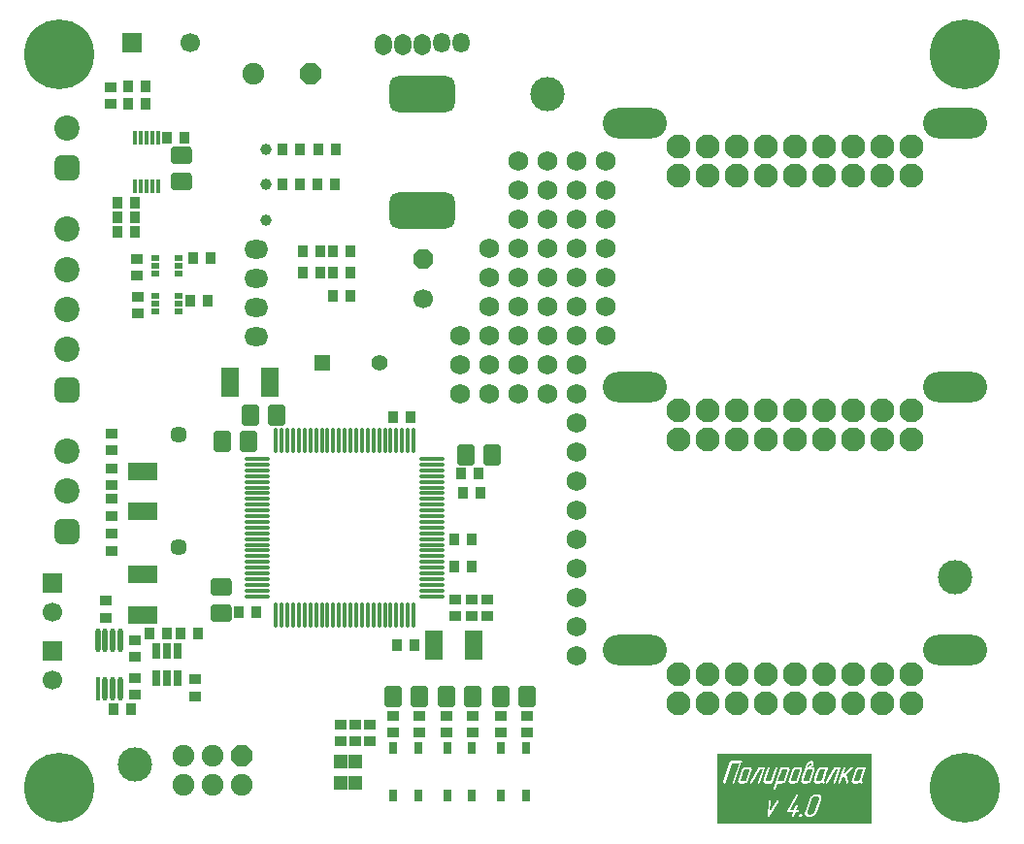
<source format=gts>
G04*
G04 #@! TF.GenerationSoftware,Altium Limited,Altium Designer,19.1.6 (110)*
G04*
G04 Layer_Color=8388736*
%FSLAX44Y44*%
%MOMM*%
G71*
G01*
G75*
%ADD17C,1.0000*%
%ADD24R,0.4318X2.0541*%
G04:AMPARAMS|DCode=25|XSize=2.0541mm|YSize=0.4318mm|CornerRadius=0.2159mm|HoleSize=0mm|Usage=FLASHONLY|Rotation=90.000|XOffset=0mm|YOffset=0mm|HoleType=Round|Shape=RoundedRectangle|*
%AMROUNDEDRECTD25*
21,1,2.0541,0.0000,0,0,90.0*
21,1,1.6223,0.4318,0,0,90.0*
1,1,0.4318,0.0000,0.8112*
1,1,0.4318,0.0000,-0.8112*
1,1,0.4318,0.0000,-0.8112*
1,1,0.4318,0.0000,0.8112*
%
%ADD25ROUNDEDRECTD25*%
%ADD30R,0.6500X1.0500*%
%ADD34C,3.0000*%
G04:AMPARAMS|DCode=35|XSize=0.9mm|YSize=1.1mm|CornerRadius=0.15mm|HoleSize=0mm|Usage=FLASHONLY|Rotation=270.000|XOffset=0mm|YOffset=0mm|HoleType=Round|Shape=RoundedRectangle|*
%AMROUNDEDRECTD35*
21,1,0.9000,0.8000,0,0,270.0*
21,1,0.6000,1.1000,0,0,270.0*
1,1,0.3000,-0.4000,-0.3000*
1,1,0.3000,-0.4000,0.3000*
1,1,0.3000,0.4000,0.3000*
1,1,0.3000,0.4000,-0.3000*
%
%ADD35ROUNDEDRECTD35*%
G04:AMPARAMS|DCode=36|XSize=0.5mm|YSize=0.75mm|CornerRadius=0.1mm|HoleSize=0mm|Usage=FLASHONLY|Rotation=90.000|XOffset=0mm|YOffset=0mm|HoleType=Round|Shape=RoundedRectangle|*
%AMROUNDEDRECTD36*
21,1,0.5000,0.5500,0,0,90.0*
21,1,0.3000,0.7500,0,0,90.0*
1,1,0.2000,0.2750,0.1500*
1,1,0.2000,0.2750,-0.1500*
1,1,0.2000,-0.2750,-0.1500*
1,1,0.2000,-0.2750,0.1500*
%
%ADD36ROUNDEDRECTD36*%
G04:AMPARAMS|DCode=37|XSize=0.9mm|YSize=1.1mm|CornerRadius=0.15mm|HoleSize=0mm|Usage=FLASHONLY|Rotation=0.000|XOffset=0mm|YOffset=0mm|HoleType=Round|Shape=RoundedRectangle|*
%AMROUNDEDRECTD37*
21,1,0.9000,0.8000,0,0,0.0*
21,1,0.6000,1.1000,0,0,0.0*
1,1,0.3000,0.3000,-0.4000*
1,1,0.3000,-0.3000,-0.4000*
1,1,0.3000,-0.3000,0.4000*
1,1,0.3000,0.3000,0.4000*
%
%ADD37ROUNDEDRECTD37*%
%ADD38O,0.4000X2.2000*%
%ADD39R,0.8000X1.4000*%
G04:AMPARAMS|DCode=40|XSize=1.5mm|YSize=1.8mm|CornerRadius=0.225mm|HoleSize=0mm|Usage=FLASHONLY|Rotation=0.000|XOffset=0mm|YOffset=0mm|HoleType=Round|Shape=RoundedRectangle|*
%AMROUNDEDRECTD40*
21,1,1.5000,1.3500,0,0,0.0*
21,1,1.0500,1.8000,0,0,0.0*
1,1,0.4500,0.5250,-0.6750*
1,1,0.4500,-0.5250,-0.6750*
1,1,0.4500,-0.5250,0.6750*
1,1,0.4500,0.5250,0.6750*
%
%ADD40ROUNDEDRECTD40*%
%ADD41R,2.5000X1.5000*%
G04:AMPARAMS|DCode=42|XSize=1.5mm|YSize=1.8mm|CornerRadius=0.225mm|HoleSize=0mm|Usage=FLASHONLY|Rotation=90.000|XOffset=0mm|YOffset=0mm|HoleType=Round|Shape=RoundedRectangle|*
%AMROUNDEDRECTD42*
21,1,1.5000,1.3500,0,0,90.0*
21,1,1.0500,1.8000,0,0,90.0*
1,1,0.4500,0.6750,0.5250*
1,1,0.4500,0.6750,-0.5250*
1,1,0.4500,-0.6750,-0.5250*
1,1,0.4500,-0.6750,0.5250*
%
%ADD42ROUNDEDRECTD42*%
G04:AMPARAMS|DCode=43|XSize=0.35mm|YSize=1.25mm|CornerRadius=0.1mm|HoleSize=0mm|Usage=FLASHONLY|Rotation=180.000|XOffset=0mm|YOffset=0mm|HoleType=Round|Shape=RoundedRectangle|*
%AMROUNDEDRECTD43*
21,1,0.3500,1.0500,0,0,180.0*
21,1,0.1500,1.2500,0,0,180.0*
1,1,0.2000,-0.0750,0.5250*
1,1,0.2000,0.0750,0.5250*
1,1,0.2000,0.0750,-0.5250*
1,1,0.2000,-0.0750,-0.5250*
%
%ADD43ROUNDEDRECTD43*%
G04:AMPARAMS|DCode=44|XSize=3.2mm|YSize=5.7mm|CornerRadius=0.825mm|HoleSize=0mm|Usage=FLASHONLY|Rotation=270.000|XOffset=0mm|YOffset=0mm|HoleType=Round|Shape=RoundedRectangle|*
%AMROUNDEDRECTD44*
21,1,3.2000,4.0500,0,0,270.0*
21,1,1.5500,5.7000,0,0,270.0*
1,1,1.6500,-2.0250,-0.7750*
1,1,1.6500,-2.0250,0.7750*
1,1,1.6500,2.0250,0.7750*
1,1,1.6500,2.0250,-0.7750*
%
%ADD44ROUNDEDRECTD44*%
%ADD45R,1.3000X1.3000*%
%ADD46O,2.2000X0.4000*%
%ADD47R,1.5000X2.5000*%
%ADD48C,2.1000*%
%ADD49O,5.6000X2.6400*%
%ADD50C,1.7510*%
%ADD51O,2.1000X1.6240*%
%ADD52C,1.9000*%
%ADD53P,2.0566X8X202.5*%
G04:AMPARAMS|DCode=54|XSize=2.2mm|YSize=2.2mm|CornerRadius=0.575mm|HoleSize=0mm|Usage=FLASHONLY|Rotation=90.000|XOffset=0mm|YOffset=0mm|HoleType=Round|Shape=RoundedRectangle|*
%AMROUNDEDRECTD54*
21,1,2.2000,1.0500,0,0,90.0*
21,1,1.0500,2.2000,0,0,90.0*
1,1,1.1500,0.5250,0.5250*
1,1,1.1500,0.5250,-0.5250*
1,1,1.1500,-0.5250,-0.5250*
1,1,1.1500,-0.5250,0.5250*
%
%ADD54ROUNDEDRECTD54*%
%ADD55C,2.2000*%
%ADD56C,1.7000*%
%ADD57R,1.7000X1.7000*%
%ADD58R,1.4000X1.4000*%
%ADD59C,1.4000*%
%ADD60C,1.4500*%
%ADD61O,1.4970X1.8780*%
%ADD62O,1.5000X1.7510*%
%ADD63P,1.8401X8X292.5*%
%ADD64C,0.8000*%
%ADD65C,6.1000*%
G36*
X968529Y568832D02*
Y538988D01*
X834671D01*
Y568832D01*
Y600202D01*
X968529D01*
Y568832D01*
D02*
G37*
%LPC*%
G36*
X895367Y588543D02*
X890370D01*
D01*
X886928D01*
X886493D01*
X890370D01*
X890037Y588515D01*
X889759Y588404D01*
X889537Y588237D01*
X889343Y588071D01*
X889232Y587876D01*
X889121Y587738D01*
X889093Y587627D01*
X889065Y587571D01*
X883041Y569776D01*
X882986Y569609D01*
Y569470D01*
X883013Y569276D01*
X883069Y569137D01*
X883096Y569081D01*
X883263Y568943D01*
X883457Y568859D01*
X883596Y568832D01*
X882986D01*
Y569470D01*
Y568832D01*
D01*
X897338D01*
D01*
X883652D01*
X883791Y568859D01*
X883929Y568887D01*
X884179Y568998D01*
X884290Y569054D01*
X884346Y569081D01*
X884401Y569137D01*
X884429D01*
X884568Y569248D01*
X884679Y569359D01*
X884846Y569581D01*
X884929Y569748D01*
X884957Y569776D01*
Y569803D01*
X886511Y574301D01*
X890315D01*
X890787Y574328D01*
X891259Y574440D01*
X891675Y574578D01*
X892036Y574745D01*
X892341Y574911D01*
X892591Y575050D01*
X892730Y575161D01*
X892785Y575189D01*
X893202Y575550D01*
X893535Y575911D01*
X893813Y576244D01*
X894035Y576605D01*
X894201Y576883D01*
X894312Y577132D01*
X894368Y577271D01*
X894396Y577327D01*
X897172Y585517D01*
X897283Y585989D01*
X897338Y586377D01*
X897311Y586766D01*
X897291Y586877D01*
X897255Y587071D01*
D01*
X897172Y587321D01*
D01*
Y587321D01*
D01*
X897158Y587349D01*
X897089Y587488D01*
X897033Y587627D01*
X897005Y587654D01*
X896756Y587960D01*
X896478Y588182D01*
X896395Y588220D01*
X896172Y588321D01*
X895867Y588432D01*
X895590Y588487D01*
X895367Y588543D01*
D02*
G37*
G36*
X886493D02*
X886067D01*
D01*
X885935D01*
X886067D01*
X885928Y588487D01*
X885678Y588376D01*
X885567Y588321D01*
X885484Y588265D01*
X885456Y588237D01*
X885428Y588210D01*
X885179Y587988D01*
X885040Y587765D01*
X884957Y587627D01*
X884929Y587599D01*
Y587571D01*
X884231Y585517D01*
X881070Y576216D01*
X877239D01*
X877072Y576244D01*
X876933Y576272D01*
X876739Y576383D01*
X876600Y576466D01*
X876572Y576522D01*
X876517Y576633D01*
X876489Y576772D01*
X876461Y577021D01*
X876489Y577132D01*
Y577216D01*
X876517Y577271D01*
Y577299D01*
X880015Y587571D01*
X880070Y587738D01*
Y587876D01*
X880043Y588098D01*
X879987Y588210D01*
X879959Y588265D01*
X879765Y588432D01*
X879598Y588515D01*
X879432Y588543D01*
X880769D01*
X879210D01*
X879071Y588487D01*
X878821Y588376D01*
X878710Y588321D01*
X878627Y588265D01*
X878599Y588237D01*
X878571Y588210D01*
X878321Y587988D01*
X878183Y587765D01*
X878099Y587627D01*
X878072Y587599D01*
Y587571D01*
X875934Y581294D01*
D01*
X874574Y577299D01*
D01*
X874463Y576855D01*
X874407Y576438D01*
X874435Y576050D01*
X874490Y575744D01*
X874546Y575494D01*
X874629Y575328D01*
X874685Y575189D01*
X874712Y575161D01*
X874962Y574884D01*
X875240Y574662D01*
X875545Y574523D01*
X875851Y574412D01*
X876128Y574356D01*
X876378Y574328D01*
X876517Y574301D01*
X875934D01*
D01*
X882986D01*
D01*
X881375D01*
X881708Y574328D01*
X882014Y574440D01*
X882236Y574606D01*
X882402Y574773D01*
X882541Y574939D01*
X882625Y575106D01*
X882652Y575217D01*
X882680Y575245D01*
X886872Y587571D01*
X886928Y587738D01*
Y587876D01*
X886900Y588098D01*
X886844Y588210D01*
X886817Y588265D01*
X886622Y588432D01*
X886456Y588515D01*
X886289Y588543D01*
X886493D01*
D02*
G37*
G36*
X855195Y594012D02*
X839482D01*
X846895D01*
X846562Y593984D01*
X846284Y593873D01*
X846062Y593707D01*
X845895Y593540D01*
X845756Y593346D01*
X845673Y593207D01*
X845645Y593096D01*
X845618Y593040D01*
X839538Y575245D01*
X839482Y575078D01*
Y574911D01*
X839510Y574662D01*
X839593Y574523D01*
X839621Y574467D01*
X839871Y574384D01*
X840037Y574328D01*
X840148Y574301D01*
X839482D01*
X848421D01*
X848727Y574328D01*
X848977Y574440D01*
X849088Y574467D01*
X849171Y574523D01*
X849199Y574551D01*
X849227D01*
X849449Y574773D01*
X849615Y574995D01*
X849699Y575161D01*
X849726Y575217D01*
Y575245D01*
X855806Y593040D01*
X855862Y593207D01*
Y588543D01*
Y593373D01*
X855834Y593595D01*
X855723Y593762D01*
X855584Y593901D01*
X855445Y593956D01*
X855279Y593984D01*
X855195Y594012D01*
D02*
G37*
G36*
X839482Y588293D02*
D01*
D01*
D01*
D02*
G37*
G36*
Y588210D02*
D01*
D01*
D01*
D02*
G37*
G36*
Y588182D02*
D01*
D01*
D01*
D02*
G37*
G36*
X952280Y588543D02*
X952224D01*
X952086Y588515D01*
X951919Y588460D01*
X951614Y588321D01*
X951475Y588210D01*
X951364Y588154D01*
D01*
X951308Y588098D01*
X951281Y588071D01*
X944146Y582019D01*
X946006Y587571D01*
X946061Y587738D01*
Y587876D01*
X946033Y588098D01*
X945978Y588210D01*
X945950Y588265D01*
X945756Y588432D01*
X945589Y588515D01*
X945423Y588543D01*
X945201D01*
X945062Y588487D01*
X944812Y588376D01*
X944701Y588321D01*
X944617Y588265D01*
X944590Y588237D01*
X944562Y588210D01*
X944312Y587988D01*
X944173Y587765D01*
X944090Y587627D01*
X944062Y587599D01*
Y587571D01*
X941897Y581204D01*
X939870Y575245D01*
X939815Y575078D01*
D01*
Y574911D01*
X939842Y574689D01*
X939926Y574551D01*
X939954Y574495D01*
X940203Y574384D01*
X940370Y574328D01*
X940481Y574301D01*
X940509D01*
D01*
D01*
X940814Y574328D01*
X941064Y574440D01*
X941175Y574467D01*
D01*
X941217Y574495D01*
D01*
X941258Y574523D01*
D01*
D01*
D01*
X941286Y574551D01*
D01*
D01*
D01*
D01*
D01*
X941314D01*
D01*
D01*
D01*
X941342Y574578D01*
D01*
X941425Y574662D01*
X941453Y574689D01*
D01*
D01*
D01*
D01*
X941480Y574717D01*
X941508Y574745D01*
D01*
X941536Y574773D01*
D01*
D01*
D01*
D01*
D01*
X941557Y574800D01*
D01*
D01*
X941640Y574911D01*
D01*
D01*
X941661Y574939D01*
X941702Y574995D01*
D01*
D01*
D01*
D01*
X941744Y575078D01*
D01*
D01*
X941786Y575161D01*
D01*
D01*
D01*
X941800Y575189D01*
X941814Y575217D01*
D01*
Y575245D01*
D01*
X943313Y579603D01*
X944978Y581075D01*
X946672Y574773D01*
X946755Y574606D01*
X946839Y574467D01*
X946894Y574412D01*
X946922Y574384D01*
X947061Y574328D01*
X947199Y574301D01*
X941897D01*
D01*
X951364D01*
X947338D01*
X947616Y574328D01*
X947866Y574440D01*
X948060Y574523D01*
X948088Y574551D01*
X948116D01*
X948254Y574689D01*
X948393Y574800D01*
X948560Y575050D01*
X948643Y575217D01*
X948671Y575245D01*
Y575272D01*
X948699Y575744D01*
X946700Y582379D01*
X952558Y587127D01*
X952641Y587155D01*
X952696Y587210D01*
X952807Y587349D01*
X952863Y587488D01*
X952891Y587515D01*
Y587543D01*
X952918Y587682D01*
D01*
X952946Y587821D01*
X952891Y588043D01*
X952880Y588071D01*
X952835Y588182D01*
X952807Y588237D01*
X952724Y588348D01*
X952613Y588404D01*
X952447Y588515D01*
X952280Y588543D01*
D02*
G37*
G36*
X963885D02*
Y588126D01*
X963773Y588293D01*
X963635Y588432D01*
X963468Y588487D01*
X963329Y588515D01*
X963246Y588543D01*
X958388D01*
X957916Y588515D01*
X957444Y588404D01*
X957027Y588237D01*
X956639Y588071D01*
X956333Y587904D01*
X956083Y587738D01*
X955945Y587627D01*
X955917Y587599D01*
X955889D01*
X955500Y587238D01*
X955167Y586877D01*
X954890Y586516D01*
X954668Y586211D01*
X954529Y585933D01*
X954418Y585711D01*
X954362Y585572D01*
X954334Y585517D01*
X951530Y577299D01*
X951419Y576855D01*
X951364Y576438D01*
D01*
D01*
X951392Y576050D01*
X951447Y575744D01*
X951503Y575494D01*
X951586Y575328D01*
X951641Y575189D01*
X951669Y575161D01*
X951919Y574884D01*
X952197Y574662D01*
X952502Y574523D01*
X952807Y574412D01*
X953085Y574356D01*
X953335Y574328D01*
X953474Y574301D01*
X956278D01*
X956777Y574328D01*
X957249Y574440D01*
X957638Y574578D01*
X957999Y574773D01*
X958277Y574939D01*
X958499Y575078D01*
X958610Y575189D01*
X958665Y575217D01*
X958693Y575078D01*
X958721Y574967D01*
X958804Y574800D01*
X958832Y574745D01*
X958860Y574717D01*
X959082Y574523D01*
X959276Y574384D01*
X959443Y574328D01*
X959470Y574301D01*
X959498D01*
X959748Y574273D01*
X951364D01*
X963885D01*
Y588543D01*
D02*
G37*
G36*
X839482Y587904D02*
D01*
D01*
D01*
D02*
G37*
G36*
Y586402D02*
Y586377D01*
D01*
Y586402D01*
D02*
G37*
G36*
Y585572D02*
Y585544D01*
D01*
Y585572D01*
D02*
G37*
G36*
Y577216D02*
Y577132D01*
D01*
Y577216D01*
D02*
G37*
G36*
Y577105D02*
D01*
D01*
D01*
D02*
G37*
G36*
Y576855D02*
D01*
D01*
D01*
D02*
G37*
G36*
Y576577D02*
D01*
D01*
D01*
D02*
G37*
G36*
Y576466D02*
D01*
D01*
D01*
D02*
G37*
G36*
Y576244D02*
D01*
D01*
D01*
D02*
G37*
G36*
Y575744D02*
Y575661D01*
D01*
Y575744D01*
D02*
G37*
G36*
Y575522D02*
D01*
D01*
D01*
D02*
G37*
G36*
Y575161D02*
D01*
D01*
D01*
D02*
G37*
G36*
Y575106D02*
Y575078D01*
D01*
Y575106D01*
D02*
G37*
G36*
X941258Y588543D02*
X937094D01*
X936816Y588515D01*
X936594Y588432D01*
X936372Y588293D01*
X936206Y588154D01*
X936067Y588015D01*
X935984Y587876D01*
X935928Y587793D01*
X935900Y587765D01*
X930903Y578890D01*
X929851Y577021D01*
X928960Y575439D01*
X928876Y575245D01*
X928821Y575078D01*
Y574939D01*
Y574745D01*
X928876Y574606D01*
X928904Y574551D01*
X929099Y574412D01*
X929293Y574328D01*
X929459Y574301D01*
X929515D01*
X929792Y574328D01*
X930042Y574412D01*
X930237Y574523D01*
X930431Y574662D01*
X930542Y574800D01*
X930653Y574911D01*
X930709Y574995D01*
X930736Y575023D01*
X930768Y575078D01*
X937233Y586627D01*
X939593D01*
X935706Y575245D01*
X935650Y575078D01*
Y574911D01*
X935678Y574689D01*
X935761Y574551D01*
X935789Y574495D01*
X936039Y574384D01*
X936206Y574328D01*
X936317Y574301D01*
X936344D01*
X936650Y574328D01*
X936927Y574440D01*
X937011Y574467D01*
X937094Y574523D01*
X937150Y574551D01*
X937177D01*
X937399Y574773D01*
X937538Y574995D01*
X937622Y575161D01*
X937649Y575217D01*
Y575245D01*
X941841Y587571D01*
X941897Y587738D01*
D01*
Y587904D01*
Y588126D01*
D01*
X941878Y588154D01*
D01*
D01*
X941860Y588182D01*
D01*
D01*
X941841Y588210D01*
D01*
X941835Y588220D01*
X941823Y588237D01*
D01*
D01*
D01*
D01*
X941804Y588265D01*
X941786Y588293D01*
D01*
D01*
X941758Y588321D01*
X941730Y588348D01*
D01*
X941675Y588404D01*
D01*
D01*
X941647Y588432D01*
D01*
D01*
D01*
X941480Y588487D01*
X941342Y588515D01*
X941258Y588543D01*
D02*
G37*
G36*
X916467Y593984D02*
X916272D01*
X915828Y593956D01*
X915412Y593873D01*
X915023Y593762D01*
X914662Y593623D01*
X914385Y593484D01*
X914162Y593373D01*
X914024Y593290D01*
X913968Y593262D01*
X913524Y592929D01*
X913163Y592541D01*
X912885Y592180D01*
X912635Y591819D01*
X912469Y591485D01*
X912330Y591236D01*
X912275Y591069D01*
X912247Y591041D01*
Y591014D01*
X910387Y585517D01*
X908332Y579496D01*
D01*
X907583Y577299D01*
D01*
X907472Y576855D01*
X907444Y576438D01*
Y576077D01*
X907499Y575772D01*
X907583Y575522D01*
X907666Y575328D01*
X907722Y575189D01*
X907749Y575161D01*
X907999Y574884D01*
X908277Y574662D01*
X908332Y574636D01*
D01*
X908582Y574523D01*
X908888Y574412D01*
X909165Y574356D01*
X909387Y574328D01*
X909526Y574301D01*
X907444D01*
X901309Y574301D01*
X901780Y574328D01*
X902225Y574440D01*
X902641Y574578D01*
X903002Y574745D01*
X903307Y574884D01*
X903557Y575023D01*
X903696Y575134D01*
X903752Y575161D01*
X904168Y575522D01*
X904501Y575883D01*
X904779Y576216D01*
X905001Y576577D01*
X905167Y576855D01*
X905278Y577105D01*
X905334Y577243D01*
X905362Y577299D01*
X908166Y585517D01*
X908277Y585961D01*
X908332Y586377D01*
X908305Y586738D01*
X908249Y587044D01*
X908191Y587238D01*
D01*
X908166Y587321D01*
Y587321D01*
D01*
X908083Y587488D01*
D01*
X908027Y587627D01*
X907999Y587654D01*
X907749Y587960D01*
X907472Y588182D01*
X907444Y588194D01*
D01*
X907166Y588321D01*
X906861Y588432D01*
X906583Y588487D01*
X906361Y588543D01*
X903418D01*
X902946Y588515D01*
X902475Y588404D01*
X902058Y588237D01*
X901669Y588071D01*
X901364Y587904D01*
X901114Y587738D01*
X900975Y587627D01*
X900948Y587599D01*
X900920D01*
X900531Y587238D01*
X900198Y586877D01*
X899920Y586516D01*
X899698Y586211D01*
X899559Y585933D01*
X899448Y585711D01*
X899393Y585572D01*
X899365Y585517D01*
X897338Y579577D01*
D01*
X897104Y578890D01*
X896561Y577299D01*
X896450Y576855D01*
X896406Y576522D01*
X896395Y576438D01*
X896416Y576133D01*
X896422Y576050D01*
X896478Y575744D01*
X896533Y575494D01*
X896617Y575328D01*
X896672Y575189D01*
X896700Y575161D01*
X896950Y574884D01*
X897227Y574662D01*
X897533Y574523D01*
X897838Y574412D01*
X898116Y574356D01*
X898366Y574328D01*
X898504Y574301D01*
X897338D01*
X918382Y574301D01*
D01*
X912302D01*
X912774Y574328D01*
X913246Y574440D01*
X913663Y574578D01*
X914024Y574745D01*
X914329Y574911D01*
X914579Y575050D01*
X914718Y575161D01*
X914773Y575189D01*
X915190Y575522D01*
X915523Y575883D01*
X915800Y576244D01*
X916022Y576577D01*
X916189Y576855D01*
X916300Y577105D01*
X916356Y577243D01*
X916383Y577299D01*
X919187Y585517D01*
X919298Y585989D01*
X919326Y586377D01*
X919298Y586766D01*
X919243Y587071D01*
X919224Y587127D01*
D01*
X919215Y587155D01*
X919187Y587238D01*
D01*
Y587238D01*
X919160Y587321D01*
D01*
D01*
X919146Y587349D01*
D01*
X919076Y587488D01*
D01*
D01*
X919043Y587571D01*
X919021Y587627D01*
X918993Y587654D01*
X918743Y587960D01*
X918465Y588182D01*
X918382Y588220D01*
X918160Y588321D01*
X917855Y588432D01*
X917577Y588487D01*
X917355Y588543D01*
X915578D01*
X916300Y588682D01*
X916578Y588848D01*
X916800Y589015D01*
X916966Y589126D01*
X916994Y589181D01*
X917022D01*
X917383Y589514D01*
X917660Y589875D01*
X917910Y590236D01*
X918105Y590569D01*
X918243Y590902D01*
X918327Y591152D01*
X918382Y591319D01*
X918410Y591347D01*
Y591375D01*
X918465Y591791D01*
X918438Y592152D01*
X918354Y592485D01*
X918216Y592763D01*
X918077Y593013D01*
X917966Y593179D01*
X917855Y593290D01*
X917827Y593318D01*
X917660Y593540D01*
X917466Y593707D01*
X917188Y593818D01*
X916939Y593901D01*
X916689Y593956D01*
X916467Y593984D01*
D02*
G37*
G36*
X876727Y588543D02*
X855862D01*
X859443D01*
X858971Y588515D01*
X858499Y588404D01*
X858083Y588237D01*
X857694Y588071D01*
X857389Y587904D01*
X857139Y587738D01*
X857000Y587627D01*
X856972Y587599D01*
X856945D01*
X856556Y587238D01*
X856223Y586877D01*
X855945Y586516D01*
X855862Y586402D01*
X855784Y586294D01*
X855723Y586211D01*
X855584Y585933D01*
X855473Y585711D01*
X855418Y585572D01*
X855390Y585517D01*
X852586Y577299D01*
X852475Y576855D01*
X852438Y576577D01*
X852419Y576438D01*
D01*
X852447Y576050D01*
X852503Y575744D01*
X852558Y575494D01*
X852641Y575328D01*
X852697Y575189D01*
X852725Y575161D01*
X852974Y574884D01*
X853252Y574662D01*
X853558Y574523D01*
X853863Y574412D01*
X854140Y574356D01*
X854390Y574328D01*
X854390D01*
X854529Y574301D01*
X857333D01*
X857805Y574328D01*
X858249Y574440D01*
X858666Y574578D01*
X859027Y574745D01*
X859332Y574884D01*
X859582Y575023D01*
X859721Y575134D01*
X859776Y575161D01*
X860193Y575522D01*
X860526Y575883D01*
X860804Y576216D01*
X861026Y576577D01*
X861192Y576855D01*
X861303Y577105D01*
X861359Y577243D01*
X861386Y577299D01*
X864190Y585517D01*
X864302Y585961D01*
X864357Y586377D01*
X864329Y586738D01*
X864274Y587044D01*
X864215Y587238D01*
D01*
X864190Y587321D01*
X864107Y587488D01*
D01*
X864052Y587627D01*
X864024Y587654D01*
X863956Y587738D01*
X863774Y587960D01*
X863496Y588182D01*
X863191Y588321D01*
X862886Y588432D01*
X862858Y588437D01*
X862608Y588487D01*
X862386Y588543D01*
X864357D01*
X871131D01*
X870853Y588515D01*
X870631Y588432D01*
X870409Y588293D01*
X870243Y588154D01*
X870104Y588015D01*
X870021Y587876D01*
X869965Y587793D01*
X869937Y587765D01*
X862997Y575439D01*
X862913Y575245D01*
X862858Y575078D01*
Y574939D01*
Y574745D01*
X862913Y574606D01*
X862941Y574551D01*
X863136Y574412D01*
X863330Y574328D01*
X863496Y574301D01*
X863496D01*
X863022D01*
X863552D01*
X863829Y574328D01*
X864079Y574412D01*
X864274Y574523D01*
X864357Y574582D01*
D01*
X864468Y574662D01*
X864579Y574800D01*
X864690Y574911D01*
X864746Y574995D01*
X864773Y575023D01*
X871270Y586627D01*
X873630D01*
X869743Y575245D01*
X869687Y575078D01*
Y574911D01*
X869715Y574689D01*
X869798Y574551D01*
X869826Y574495D01*
X870076Y574384D01*
X870243Y574328D01*
X870354Y574301D01*
X870381D01*
X870687Y574328D01*
X870964Y574440D01*
X871048Y574467D01*
X871131Y574523D01*
X871187Y574551D01*
X871214D01*
X871436Y574773D01*
X871575Y574995D01*
X871658Y575161D01*
X871686Y575217D01*
Y575245D01*
X875878Y587571D01*
X875897Y587627D01*
X875934Y587738D01*
Y587904D01*
Y588126D01*
D01*
X875915Y588154D01*
D01*
X875878Y588210D01*
X875823Y588293D01*
D01*
D01*
X875795Y588321D01*
D01*
D01*
X875740Y588376D01*
X875684Y588432D01*
D01*
D01*
X875517Y588487D01*
X875379Y588515D01*
X875295Y588543D01*
D01*
D01*
X876727D01*
D02*
G37*
G36*
X870354Y574301D02*
X865781D01*
X870354D01*
D01*
D02*
G37*
G36*
X854529D02*
X854462D01*
X854529D01*
D01*
D02*
G37*
G36*
X930265Y588543D02*
X925406D01*
X924934Y588515D01*
X924462Y588404D01*
X924046Y588237D01*
X923657Y588071D01*
X923352Y587904D01*
X923102Y587738D01*
X922963Y587627D01*
X922935Y587599D01*
X922907D01*
X922519Y587238D01*
X922186Y586877D01*
X921908Y586516D01*
X921686Y586211D01*
X921547Y585933D01*
X921436Y585711D01*
X921381Y585572D01*
X921353Y585517D01*
X919326Y579577D01*
D01*
X918549Y577299D01*
D01*
X918438Y576855D01*
X918393Y576522D01*
X918382Y576438D01*
D01*
X918396Y576244D01*
X918410Y576050D01*
X918465Y575744D01*
X918521Y575494D01*
X918604Y575328D01*
X918660Y575189D01*
X918688Y575161D01*
X918938Y574884D01*
X919215Y574662D01*
X919520Y574523D01*
X919826Y574412D01*
X920104Y574356D01*
X920353Y574328D01*
X920492Y574301D01*
X923296D01*
X923796Y574328D01*
X924268Y574440D01*
X924657Y574578D01*
X925017Y574773D01*
X925295Y574939D01*
X925517Y575078D01*
X925628Y575189D01*
X925684Y575217D01*
X925712Y575078D01*
X925739Y574967D01*
X925823Y574800D01*
X925850Y574745D01*
X925878Y574717D01*
X926100Y574523D01*
X926294Y574384D01*
X926461Y574328D01*
X926489Y574301D01*
X926517D01*
X926766Y574273D01*
X918382D01*
X930903D01*
X926766D01*
X927100Y574328D01*
X927349Y574412D01*
X927516Y574495D01*
X927544Y574551D01*
X927572D01*
X927821Y574800D01*
X927960Y575023D01*
X928044Y575189D01*
X928071Y575217D01*
Y575245D01*
X928127Y575467D01*
Y575661D01*
X928071Y575828D01*
X927988Y575939D01*
X927905Y576022D01*
X927794Y576077D01*
X927738Y576133D01*
X927710D01*
X927516Y576272D01*
X927405Y576411D01*
X927349Y576522D01*
X927322Y576549D01*
X927294Y576855D01*
X927322Y577077D01*
X927349Y577243D01*
X927377Y577271D01*
Y577299D01*
X928821Y581572D01*
X930153Y585517D01*
D01*
D01*
X930172Y585572D01*
D01*
X930219Y585711D01*
X930613Y586877D01*
D01*
X930679Y587071D01*
X930735Y587238D01*
D01*
X930763Y587321D01*
X930819Y587488D01*
D01*
X930847Y587571D01*
X930903Y587738D01*
Y587904D01*
Y588126D01*
X930792Y588293D01*
X930653Y588432D01*
X930487Y588487D01*
X930348Y588515D01*
X930265Y588543D01*
D02*
G37*
G36*
X887761Y559420D02*
X881145D01*
X887011D01*
X886733Y559365D01*
X886511Y559281D01*
X886372Y559198D01*
X886345Y559170D01*
X886317D01*
X886123Y559004D01*
X885956Y558837D01*
X885873Y558726D01*
X885845Y558671D01*
X880098Y549065D01*
X880903Y558698D01*
X880875Y558837D01*
X880848Y558976D01*
X880737Y559142D01*
X880653Y559226D01*
X880626Y559254D01*
X880487Y559365D01*
X880348Y559392D01*
X880265Y559420D01*
X878099D01*
X880043D01*
X879904Y559365D01*
X879654Y559254D01*
X879543Y559198D01*
X879460Y559142D01*
X879432Y559115D01*
X879404Y559087D01*
X879154Y558837D01*
X879016Y558643D01*
X878932Y558504D01*
X878904Y558476D01*
Y558448D01*
X878849Y558199D01*
X878099Y545956D01*
X878127Y545678D01*
X878183Y545484D01*
X878238Y545373D01*
X878266Y545345D01*
X878432Y545261D01*
X878599Y545206D01*
X878710Y545178D01*
X878099D01*
X878766D01*
X879016Y545206D01*
X879265Y545289D01*
X879460Y545428D01*
X879654Y545567D01*
X879793Y545706D01*
X879904Y545844D01*
X879959Y545928D01*
X879987Y545956D01*
X887539Y558115D01*
X887594Y558199D01*
X887650Y558337D01*
X887705Y558421D01*
Y558476D01*
X887733Y558615D01*
X887761Y558754D01*
X887705Y558976D01*
X887650Y559087D01*
X887622Y559142D01*
X887455Y559309D01*
X887233Y559392D01*
X887066Y559420D01*
X887761D01*
D02*
G37*
G36*
X907555Y547760D02*
X907472D01*
X907222Y547732D01*
X907000Y547677D01*
X906805Y547593D01*
X906639Y547510D01*
X906500Y547427D01*
X906389Y547344D01*
X906333Y547288D01*
X906306Y547260D01*
X906139Y547094D01*
X906028Y546927D01*
X905917Y546788D01*
X905834Y546677D01*
X905751Y546511D01*
X905723Y546483D01*
Y546455D01*
X905667Y546261D01*
Y546289D01*
Y545178D01*
X908416Y545178D01*
D01*
X906583Y545178D01*
X906805Y545206D01*
X907028Y545234D01*
X907222Y545317D01*
X907388Y545400D01*
X907527Y545456D01*
X907638Y545539D01*
X907694Y545567D01*
X907722Y545595D01*
X907888Y545761D01*
X908027Y545900D01*
X908138Y546039D01*
X908221Y546178D01*
X908305Y546289D01*
X908332Y546372D01*
X908360Y546427D01*
Y546455D01*
X908416Y546650D01*
Y546955D01*
Y546816D01*
X908360Y547094D01*
X908332Y547205D01*
X908305Y547288D01*
X908249Y547316D01*
Y547344D01*
X908138Y547482D01*
X907999Y547593D01*
X907888Y547649D01*
X907749Y547705D01*
X907638Y547732D01*
X907555Y547760D01*
D02*
G37*
G36*
X922047Y564889D02*
X920492D01*
X920159Y564862D01*
X919826Y564834D01*
X919160Y564695D01*
X918577Y564473D01*
X918021Y564223D01*
X917577Y563973D01*
X917383Y563862D01*
X917244Y563779D01*
X917105Y563668D01*
X917022Y563612D01*
X916966Y563585D01*
X916939Y563557D01*
X916356Y563057D01*
X915856Y562530D01*
X915467Y562030D01*
X915134Y561530D01*
X914912Y561114D01*
X914829Y560947D01*
X914745Y560808D01*
X914690Y560670D01*
X914662Y560586D01*
X914634Y560531D01*
Y560503D01*
X910887Y549537D01*
X910803Y549204D01*
X910720Y548871D01*
X910692Y548565D01*
X910664Y548288D01*
X910720Y547760D01*
X910803Y547288D01*
X910942Y546927D01*
X911053Y546650D01*
X911109Y546566D01*
X911164Y546483D01*
X911192Y546455D01*
Y546427D01*
X911386Y546205D01*
X911581Y546011D01*
X911997Y545706D01*
X912413Y545484D01*
X912830Y545345D01*
X913219Y545234D01*
X913524Y545206D01*
X913635Y545178D01*
X910664D01*
D01*
X925045D01*
X915162D01*
X915523Y545206D01*
X915856Y545234D01*
X916494Y545373D01*
X917105Y545595D01*
X917660Y545817D01*
X918105Y546039D01*
X918299Y546150D01*
X918438Y546261D01*
X918577Y546344D01*
X918660Y546400D01*
X918715Y546455D01*
X918743D01*
X919326Y546955D01*
X919826Y547482D01*
X920242Y548010D01*
X920548Y548482D01*
X920798Y548898D01*
X920881Y549093D01*
X920964Y549231D01*
X921020Y549370D01*
X921047Y549454D01*
X921075Y549509D01*
Y549537D01*
X924823Y560503D01*
X924934Y560836D01*
X924990Y561141D01*
X925017Y561447D01*
X925045Y561752D01*
X925017Y562280D01*
X924906Y562724D01*
X924795Y563085D01*
X924684Y563362D01*
X924573Y563529D01*
X924546Y563557D01*
Y563585D01*
X924379Y563807D01*
X924185Y564029D01*
X923768Y564334D01*
X923324Y564584D01*
X922880Y564723D01*
X922491Y564834D01*
X922186Y564862D01*
X922047Y564889D01*
D02*
G37*
G36*
X904057Y564889D02*
X903974D01*
X903391Y564695D01*
X903141Y564501D01*
X902946Y564306D01*
X902835Y564140D01*
X902808Y564084D01*
Y564057D01*
X895423Y550397D01*
X895340Y550231D01*
X895312Y550092D01*
X895284Y549953D01*
X895312Y549731D01*
X895340Y549592D01*
X895367Y549537D01*
X895534Y549398D01*
X895756Y549315D01*
X895923Y549287D01*
X900503D01*
X899421Y546122D01*
X899365Y545956D01*
Y545789D01*
X899393Y545539D01*
X899476Y545400D01*
X899504Y545345D01*
X899754Y545261D01*
X899920Y545206D01*
X900031Y545178D01*
X895284D01*
D01*
X905556D01*
Y550481D01*
X905528Y550703D01*
X905445Y550842D01*
X905417Y550897D01*
X905334Y551008D01*
X905251Y551064D01*
X905056Y551175D01*
X904918Y551203D01*
X903085D01*
X904168Y554340D01*
X904223Y554506D01*
Y554645D01*
X904196Y554867D01*
X904112Y554978D01*
X904085Y555034D01*
X903890Y555200D01*
X903724Y555284D01*
X903557Y555311D01*
X903363D01*
X903224Y555256D01*
X902974Y555145D01*
X902780Y555034D01*
X902752Y555006D01*
X902724Y554978D01*
X902475Y554756D01*
X902336Y554534D01*
X902252Y554395D01*
X902225Y554367D01*
Y554340D01*
X901142Y551203D01*
X897755D01*
X904612Y563751D01*
X904696Y563945D01*
X904723Y564084D01*
X904751Y564223D01*
X904696Y564417D01*
X904640Y564556D01*
X904612Y564612D01*
X904418Y564778D01*
X904223Y564862D01*
X904057Y564889D01*
D02*
G37*
%LPD*%
G36*
X894812Y586572D02*
X895034Y586460D01*
X895145Y586349D01*
X895173Y586322D01*
Y586294D01*
X895229Y586183D01*
X895284Y586044D01*
X895312Y585794D01*
X895284Y585711D01*
Y585628D01*
X895256Y585572D01*
Y585544D01*
X892452Y577299D01*
X892286Y576994D01*
X892092Y576744D01*
X891925Y576577D01*
X891869Y576549D01*
X891842Y576522D01*
X891675Y576411D01*
X891508Y576355D01*
X891259Y576244D01*
X891148D01*
X891064Y576216D01*
X887150D01*
X890703Y586627D01*
X894701D01*
X894812Y586572D01*
D02*
G37*
G36*
X847783Y575245D02*
X847728Y575078D01*
Y574911D01*
X847755Y574662D01*
X847839Y574523D01*
X847866Y574467D01*
X848116Y574384D01*
X848283Y574328D01*
X848394Y574301D01*
X840176D01*
X840481Y574328D01*
X840731Y574440D01*
X840842Y574467D01*
X840926Y574523D01*
X840954Y574551D01*
X840981D01*
X841203Y574773D01*
X841370Y574995D01*
X841453Y575161D01*
X841481Y575217D01*
Y575245D01*
X847228Y592096D01*
X853530D01*
X847783Y575245D01*
D02*
G37*
G36*
X951364Y576438D02*
D01*
D01*
D01*
D02*
G37*
G36*
X958388Y577299D02*
X958332Y577132D01*
X958249Y576966D01*
X958054Y576744D01*
X957888Y576577D01*
X957832Y576549D01*
X957805Y576522D01*
X957638Y576411D01*
X957499Y576355D01*
X957222Y576244D01*
X957111D01*
X957027Y576216D01*
X954195D01*
X954029Y576244D01*
X953890Y576272D01*
X953696Y576383D01*
X953557Y576466D01*
X953529Y576522D01*
X953474Y576633D01*
X953446Y576772D01*
X953418Y577021D01*
X953446Y577132D01*
Y577216D01*
X953474Y577271D01*
Y577299D01*
X956278Y585517D01*
X956444Y585850D01*
X956639Y586072D01*
X956805Y586239D01*
X956833Y586294D01*
X956861D01*
X957027Y586405D01*
X957166Y586488D01*
X957444Y586599D01*
X957555D01*
X957638Y586627D01*
X961580D01*
X958388Y577299D01*
D02*
G37*
G36*
X963885Y574273D02*
X959748D01*
X960081Y574328D01*
X960331Y574412D01*
X960498Y574495D01*
X960525Y574551D01*
X960553D01*
X960803Y574800D01*
X960942Y575023D01*
X961025Y575189D01*
X961053Y575217D01*
Y575245D01*
X961108Y575467D01*
Y575661D01*
X961053Y575828D01*
X960969Y575939D01*
X960886Y576022D01*
X960775Y576077D01*
X960720Y576133D01*
X960692D01*
X960498Y576272D01*
X960387Y576411D01*
X960331Y576522D01*
X960303Y576549D01*
X960275Y576855D01*
X960303Y577077D01*
X960331Y577243D01*
X960359Y577271D01*
Y577299D01*
X963829Y587571D01*
X963885Y587738D01*
Y574273D01*
D02*
G37*
G36*
X915939Y592041D02*
X916133Y591958D01*
X916272Y591846D01*
X916300Y591819D01*
Y591791D01*
X916356Y591680D01*
X916411Y591569D01*
Y591319D01*
Y591208D01*
X916383Y591125D01*
X916356Y591069D01*
Y591041D01*
X916300Y590875D01*
X916189Y590708D01*
X915967Y590431D01*
X915856Y590320D01*
X915745Y590236D01*
X915689Y590209D01*
X915662Y590181D01*
X915328Y589959D01*
X915023Y589737D01*
X914773Y589570D01*
X914551Y589459D01*
X914385Y589348D01*
X914274Y589265D01*
X914190Y589237D01*
X914162Y589209D01*
X913357Y588543D01*
X914190Y591014D01*
X914274Y591208D01*
X914357Y591375D01*
X914440Y591513D01*
X914551Y591624D01*
X914690Y591735D01*
X914718Y591791D01*
X914745D01*
X914912Y591902D01*
X915079Y591958D01*
X915356Y592068D01*
X915467D01*
X915551Y592096D01*
X915800D01*
X915939Y592041D01*
D02*
G37*
G36*
X916800Y586544D02*
X916994Y586433D01*
X917133Y586322D01*
X917161Y586294D01*
Y586266D01*
X917216Y586155D01*
X917272Y586016D01*
Y585766D01*
Y585683D01*
X917244Y585600D01*
X917216Y585544D01*
Y585517D01*
X914412Y577299D01*
X914357Y577132D01*
X914274Y576994D01*
X914079Y576744D01*
X913913Y576577D01*
X913857Y576549D01*
X913829Y576522D01*
X913663Y576411D01*
X913524Y576355D01*
X913219Y576244D01*
X913107D01*
X913024Y576216D01*
X910248D01*
X910081Y576244D01*
X909943Y576272D01*
X909721Y576383D01*
X909609Y576466D01*
X909554Y576522D01*
X909498Y576633D01*
X909471Y576772D01*
Y577021D01*
X909498Y577132D01*
Y577216D01*
X909526Y577271D01*
Y577299D01*
X912330Y585517D01*
X912469Y585822D01*
X912663Y586072D01*
X912830Y586211D01*
X912858Y586266D01*
X912885D01*
X913052Y586377D01*
X913219Y586461D01*
X913496Y586572D01*
X913607D01*
X913690Y586599D01*
X916661D01*
X916800Y586544D01*
D02*
G37*
G36*
X905806Y586572D02*
X906000Y586460D01*
X906139Y586349D01*
X906167Y586322D01*
Y586294D01*
X906222Y586155D01*
X906278Y586044D01*
Y585794D01*
Y585683D01*
X906250Y585600D01*
X906222Y585544D01*
Y585517D01*
X903418Y577299D01*
X903363Y577132D01*
X903280Y576966D01*
X903085Y576744D01*
X902919Y576577D01*
X902863Y576549D01*
X902835Y576522D01*
X902669Y576411D01*
X902530Y576355D01*
X902252Y576244D01*
X902141D01*
X902058Y576216D01*
X899226D01*
X899060Y576244D01*
X898921Y576272D01*
X898727Y576383D01*
X898588Y576466D01*
X898560Y576522D01*
X898504Y576633D01*
X898477Y576772D01*
X898449Y577021D01*
X898477Y577132D01*
Y577216D01*
X898504Y577271D01*
Y577299D01*
X901309Y585517D01*
X901475Y585850D01*
X901669Y586072D01*
X901836Y586239D01*
X901864Y586294D01*
X901891D01*
X902058Y586405D01*
X902197Y586488D01*
X902475Y586599D01*
X902586D01*
X902669Y586627D01*
X905667D01*
X905806Y586572D01*
D02*
G37*
G36*
X861831D02*
X862025Y586460D01*
X862164Y586349D01*
X862192Y586322D01*
Y586294D01*
X862247Y586155D01*
X862303Y586044D01*
Y585794D01*
Y585683D01*
X862275Y585600D01*
X862247Y585544D01*
Y585517D01*
X859443Y577299D01*
X859388Y577132D01*
X859304Y576966D01*
X859110Y576744D01*
X858943Y576577D01*
X858888Y576549D01*
X858860Y576522D01*
X858693Y576411D01*
X858555Y576355D01*
X858277Y576244D01*
X858166D01*
X858083Y576216D01*
X855251D01*
X855084Y576244D01*
X854946Y576272D01*
X854751Y576383D01*
X854613Y576466D01*
X854585Y576522D01*
X854529Y576633D01*
X854501Y576772D01*
X854474Y577021D01*
X854501Y577132D01*
Y577216D01*
D01*
X854529Y577271D01*
Y577299D01*
X855862Y581204D01*
X857333Y585517D01*
X857500Y585850D01*
X857694Y586072D01*
X857861Y586239D01*
X857888Y586294D01*
X857916D01*
X858083Y586405D01*
X858222Y586488D01*
X858499Y586599D01*
X858610D01*
X858693Y586627D01*
X861692D01*
X861831Y586572D01*
D02*
G37*
G36*
X925406Y577299D02*
X925351Y577132D01*
X925267Y576966D01*
X925073Y576744D01*
X924906Y576577D01*
X924851Y576549D01*
X924823Y576522D01*
X924657Y576411D01*
X924518Y576355D01*
X924240Y576244D01*
X924129D01*
X924046Y576216D01*
X921214D01*
X921047Y576244D01*
X920909Y576272D01*
X920714Y576383D01*
X920575Y576466D01*
X920548Y576522D01*
X920492Y576633D01*
X920464Y576772D01*
X920437Y577021D01*
X920464Y577132D01*
Y577216D01*
X920492Y577271D01*
Y577299D01*
X923296Y585517D01*
X923463Y585850D01*
X923657Y586072D01*
X923824Y586239D01*
X923851Y586294D01*
X923879D01*
X924046Y586405D01*
X924185Y586488D01*
X924462Y586599D01*
X924573D01*
X924657Y586627D01*
X928599D01*
X925406Y577299D01*
D02*
G37*
G36*
X905695Y545678D02*
X905723Y545595D01*
X905751Y545539D01*
Y545511D01*
X905862Y545400D01*
X905973Y545317D01*
X906250Y545234D01*
X906389Y545206D01*
X906472Y545178D01*
X905667D01*
Y545789D01*
X905695Y545678D01*
D02*
G37*
G36*
X921575Y562946D02*
X921880Y562863D01*
X922130Y562724D01*
X922352Y562613D01*
X922519Y562474D01*
X922630Y562335D01*
X922685Y562252D01*
X922713Y562224D01*
X922852Y561947D01*
X922963Y561641D01*
X922991Y561363D01*
Y561086D01*
X922963Y560864D01*
X922935Y560670D01*
X922907Y560558D01*
X922880Y560503D01*
X919132Y549537D01*
X918965Y549148D01*
X918771Y548815D01*
X918549Y548510D01*
X918327Y548260D01*
X918132Y548065D01*
X917966Y547927D01*
X917855Y547816D01*
X917799Y547788D01*
X917438Y547566D01*
X917077Y547399D01*
X916744Y547260D01*
X916439Y547177D01*
X916189Y547122D01*
X915995Y547094D01*
X914440D01*
X914107Y547122D01*
X913801Y547205D01*
X913552Y547316D01*
X913329Y547455D01*
X913191Y547593D01*
X913052Y547705D01*
X912996Y547788D01*
X912969Y547816D01*
X912830Y548093D01*
X912747Y548399D01*
X912719Y548676D01*
Y548954D01*
X912747Y549176D01*
X912774Y549370D01*
X912830Y549481D01*
Y549537D01*
X916578Y560503D01*
X916717Y560864D01*
X916911Y561197D01*
X917133Y561502D01*
X917355Y561752D01*
X917549Y561974D01*
X917716Y562113D01*
X917855Y562224D01*
X917883Y562252D01*
X918243Y562502D01*
X918604Y562668D01*
X918938Y562807D01*
X919243Y562891D01*
X919493Y562946D01*
X919687Y562974D01*
X921214D01*
X921575Y562946D01*
D02*
G37*
G36*
X905556Y545178D02*
X900059D01*
X900365Y545206D01*
X900614Y545317D01*
X900725Y545345D01*
X900809Y545400D01*
X900837Y545428D01*
X900864D01*
X901086Y545650D01*
X901253Y545872D01*
X901336Y546039D01*
X901364Y546094D01*
Y546122D01*
X902447Y549287D01*
X904196D01*
X904390Y549315D01*
X904529Y549342D01*
X904807Y549454D01*
X904918Y549509D01*
X905001Y549537D01*
X905029Y549592D01*
X905056D01*
X905278Y549814D01*
X905417Y550037D01*
X905501Y550175D01*
X905528Y550203D01*
Y550231D01*
X905556Y550370D01*
Y545178D01*
D02*
G37*
D17*
X440688Y1065530D02*
D03*
Y1127760D02*
D03*
Y1097280D02*
D03*
D24*
X293780Y657176D02*
D03*
D25*
X300280D02*
D03*
X306780D02*
D03*
X313280D02*
D03*
Y699184D02*
D03*
X306780D02*
D03*
X300280D02*
D03*
X293780D02*
D03*
D30*
X551860Y563450D02*
D03*
Y604950D02*
D03*
X573360Y563450D02*
D03*
Y604950D02*
D03*
X645840Y563450D02*
D03*
Y604950D02*
D03*
X667340Y563450D02*
D03*
Y604950D02*
D03*
X598850Y563450D02*
D03*
Y604950D02*
D03*
X620350Y563450D02*
D03*
Y604950D02*
D03*
D34*
X685800Y1176020D02*
D03*
X1041400Y754380D02*
D03*
X326390Y590550D02*
D03*
D35*
X327660Y1032390D02*
D03*
Y1017390D02*
D03*
X328930Y999370D02*
D03*
Y984370D02*
D03*
X605790Y720210D02*
D03*
Y735210D02*
D03*
X619760Y735210D02*
D03*
Y720210D02*
D03*
X633730Y735210D02*
D03*
Y720210D02*
D03*
X326390Y684650D02*
D03*
Y699650D02*
D03*
Y666630D02*
D03*
Y651630D02*
D03*
X378460Y650360D02*
D03*
Y665360D02*
D03*
X668020Y633610D02*
D03*
Y618610D02*
D03*
X574040Y633610D02*
D03*
Y618610D02*
D03*
X306070Y864990D02*
D03*
Y879990D02*
D03*
Y777360D02*
D03*
Y792360D02*
D03*
X304800Y1182250D02*
D03*
Y1167250D02*
D03*
X505460Y610990D02*
D03*
Y625990D02*
D03*
X518160Y610990D02*
D03*
Y625990D02*
D03*
X530860Y610990D02*
D03*
Y625990D02*
D03*
X551180Y633610D02*
D03*
Y618610D02*
D03*
X621030Y633610D02*
D03*
Y618610D02*
D03*
X306070Y849510D02*
D03*
Y834510D02*
D03*
Y807840D02*
D03*
Y822840D02*
D03*
X300990Y718940D02*
D03*
Y733940D02*
D03*
X645160Y633610D02*
D03*
Y618610D02*
D03*
X598170Y633610D02*
D03*
Y618610D02*
D03*
D36*
X364580Y1032660D02*
D03*
Y1026160D02*
D03*
Y1019660D02*
D03*
X344080D02*
D03*
Y1026160D02*
D03*
Y1032660D02*
D03*
X364580Y999640D02*
D03*
Y993140D02*
D03*
Y986640D02*
D03*
X344080D02*
D03*
Y993140D02*
D03*
Y999640D02*
D03*
D37*
X377310Y1032510D02*
D03*
X392310D02*
D03*
X322460Y638810D02*
D03*
X307460D02*
D03*
X354210Y704850D02*
D03*
X339210D02*
D03*
X365880D02*
D03*
X380880D02*
D03*
X326270Y1055370D02*
D03*
X311270D02*
D03*
X326270Y1068070D02*
D03*
X311270D02*
D03*
X499230Y999490D02*
D03*
X514230D02*
D03*
X374770Y995680D02*
D03*
X389770D02*
D03*
X487560Y1038860D02*
D03*
X472560D02*
D03*
X335160Y1167130D02*
D03*
X320160D02*
D03*
X354450Y1137920D02*
D03*
X369450D02*
D03*
X311270Y1080770D02*
D03*
X326270D02*
D03*
X335160Y1182370D02*
D03*
X320160D02*
D03*
X514230Y1019810D02*
D03*
X499230D02*
D03*
X487560D02*
D03*
X472560D02*
D03*
X514230Y1038860D02*
D03*
X499230D02*
D03*
X610990Y844550D02*
D03*
X625990D02*
D03*
X551300Y894080D02*
D03*
X566300D02*
D03*
X431680Y723900D02*
D03*
X416680D02*
D03*
X570110Y694690D02*
D03*
X555110D02*
D03*
X604640Y763270D02*
D03*
X619640D02*
D03*
X604640Y787400D02*
D03*
X619640D02*
D03*
X612260Y828040D02*
D03*
X627260D02*
D03*
X486530Y1127760D02*
D03*
X501530D02*
D03*
X485260Y1097280D02*
D03*
X500260D02*
D03*
X454780Y1127760D02*
D03*
X469780D02*
D03*
X454780Y1097280D02*
D03*
X469780D02*
D03*
D38*
X549270Y721560D02*
D03*
X544270D02*
D03*
X569270Y873560D02*
D03*
X564270D02*
D03*
X559270D02*
D03*
X554270D02*
D03*
X549270D02*
D03*
X544270D02*
D03*
X539270D02*
D03*
X534270D02*
D03*
X529270D02*
D03*
X524270D02*
D03*
X519270D02*
D03*
X514270D02*
D03*
X509270D02*
D03*
X504270D02*
D03*
X499270D02*
D03*
X494270D02*
D03*
X489270D02*
D03*
X484270D02*
D03*
X479270D02*
D03*
X474270D02*
D03*
X469270D02*
D03*
X464270D02*
D03*
X459270D02*
D03*
X454270D02*
D03*
X449270D02*
D03*
Y721560D02*
D03*
X454270D02*
D03*
X459270D02*
D03*
X464270D02*
D03*
X469270D02*
D03*
X474270D02*
D03*
X479270D02*
D03*
X484270D02*
D03*
X489270D02*
D03*
X494270D02*
D03*
X499270D02*
D03*
X504270D02*
D03*
X509270D02*
D03*
X514270D02*
D03*
X519270D02*
D03*
X524270D02*
D03*
X529270D02*
D03*
X534270D02*
D03*
X539270D02*
D03*
X554270D02*
D03*
X559270D02*
D03*
X564270D02*
D03*
X569270D02*
D03*
D39*
X344830Y690180D02*
D03*
X354330D02*
D03*
X363830D02*
D03*
Y666180D02*
D03*
X354330D02*
D03*
X344830D02*
D03*
D40*
X425450Y872490D02*
D03*
X402590D02*
D03*
X551180Y650240D02*
D03*
X574040D02*
D03*
X645160D02*
D03*
X668020D02*
D03*
X598170D02*
D03*
X621030D02*
D03*
X449580Y895350D02*
D03*
X426720D02*
D03*
X614680Y861060D02*
D03*
X637540D02*
D03*
D41*
X332740Y721640D02*
D03*
Y756640D02*
D03*
Y846810D02*
D03*
Y811810D02*
D03*
D42*
X367030Y1122680D02*
D03*
Y1099820D02*
D03*
X401320Y722630D02*
D03*
Y745490D02*
D03*
D43*
X346550Y1137580D02*
D03*
X341550D02*
D03*
X336550D02*
D03*
X331550D02*
D03*
X326550D02*
D03*
X346550Y1095080D02*
D03*
X341550D02*
D03*
X336550D02*
D03*
X331550D02*
D03*
X326550D02*
D03*
D44*
X576580Y1074720D02*
D03*
Y1175720D02*
D03*
D45*
X505795Y593450D02*
D03*
X518295D02*
D03*
Y574950D02*
D03*
X505795D02*
D03*
D46*
X585270Y737560D02*
D03*
Y742560D02*
D03*
Y747560D02*
D03*
Y752560D02*
D03*
Y757560D02*
D03*
Y762560D02*
D03*
Y767560D02*
D03*
Y772560D02*
D03*
Y777560D02*
D03*
Y782560D02*
D03*
Y787560D02*
D03*
Y792560D02*
D03*
Y797560D02*
D03*
Y802560D02*
D03*
Y807560D02*
D03*
Y812560D02*
D03*
Y817560D02*
D03*
Y822560D02*
D03*
Y827560D02*
D03*
Y832560D02*
D03*
Y837560D02*
D03*
Y842560D02*
D03*
Y847560D02*
D03*
Y852560D02*
D03*
Y857560D02*
D03*
X433270D02*
D03*
Y852560D02*
D03*
Y847560D02*
D03*
Y842560D02*
D03*
Y837560D02*
D03*
Y832560D02*
D03*
Y827560D02*
D03*
Y822560D02*
D03*
Y817560D02*
D03*
Y812560D02*
D03*
Y807560D02*
D03*
Y802560D02*
D03*
Y797560D02*
D03*
Y792560D02*
D03*
Y787560D02*
D03*
Y782560D02*
D03*
Y777560D02*
D03*
Y772560D02*
D03*
Y767560D02*
D03*
Y762560D02*
D03*
Y757560D02*
D03*
Y752560D02*
D03*
Y747560D02*
D03*
Y742560D02*
D03*
Y737560D02*
D03*
D47*
X409220Y924560D02*
D03*
X444220D02*
D03*
X622020Y694690D02*
D03*
X587020D02*
D03*
D48*
X800000Y1130000D02*
D03*
Y1104600D02*
D03*
X825400Y1130000D02*
D03*
Y1104600D02*
D03*
X850800Y1130000D02*
D03*
Y1104600D02*
D03*
X876200Y1130000D02*
D03*
Y1104600D02*
D03*
X901600Y1130000D02*
D03*
Y1104600D02*
D03*
X927000Y1130000D02*
D03*
Y1104600D02*
D03*
X952400Y1130000D02*
D03*
Y1104600D02*
D03*
X977800Y1130000D02*
D03*
Y1104600D02*
D03*
X1003200Y1130000D02*
D03*
Y1104600D02*
D03*
X800000Y900000D02*
D03*
Y874600D02*
D03*
X825400Y900000D02*
D03*
Y874600D02*
D03*
X850800Y900000D02*
D03*
Y874600D02*
D03*
X876200Y900000D02*
D03*
Y874600D02*
D03*
X901600Y900000D02*
D03*
Y874600D02*
D03*
X927000Y900000D02*
D03*
Y874600D02*
D03*
X952400Y900000D02*
D03*
Y874600D02*
D03*
X977800Y900000D02*
D03*
Y874600D02*
D03*
X1003200Y900000D02*
D03*
Y874600D02*
D03*
X800000Y670000D02*
D03*
Y644600D02*
D03*
X825400Y670000D02*
D03*
Y644600D02*
D03*
X850800Y670000D02*
D03*
Y644600D02*
D03*
X876200Y670000D02*
D03*
Y644600D02*
D03*
X901600Y670000D02*
D03*
Y644600D02*
D03*
X927000Y670000D02*
D03*
Y644600D02*
D03*
X952400Y670000D02*
D03*
Y644600D02*
D03*
X977800Y670000D02*
D03*
Y644600D02*
D03*
X1003200Y670000D02*
D03*
Y644600D02*
D03*
D49*
X761900Y1150550D02*
D03*
X1041300D02*
D03*
X761900Y920550D02*
D03*
X1041300D02*
D03*
X761900Y690550D02*
D03*
X1041300D02*
D03*
D50*
X711200Y685800D02*
D03*
Y711200D02*
D03*
Y736600D02*
D03*
Y762000D02*
D03*
Y787400D02*
D03*
Y812800D02*
D03*
Y838200D02*
D03*
Y863600D02*
D03*
Y889000D02*
D03*
X736600Y1117600D02*
D03*
X711200D02*
D03*
X685800D02*
D03*
X660400D02*
D03*
Y1092200D02*
D03*
X685800D02*
D03*
X711200D02*
D03*
X736600D02*
D03*
Y965200D02*
D03*
Y990600D02*
D03*
Y1016000D02*
D03*
Y1041400D02*
D03*
Y1066800D02*
D03*
X711200Y914400D02*
D03*
X685800D02*
D03*
X660400D02*
D03*
X635000D02*
D03*
X609600D02*
D03*
Y965200D02*
D03*
Y939800D02*
D03*
X635000D02*
D03*
Y965200D02*
D03*
Y990600D02*
D03*
Y1041400D02*
D03*
Y1016000D02*
D03*
X711200Y939800D02*
D03*
X685800D02*
D03*
X660400D02*
D03*
X685800Y965200D02*
D03*
X660400D02*
D03*
Y990600D02*
D03*
X685800D02*
D03*
Y1016000D02*
D03*
X660400D02*
D03*
X711200Y1066800D02*
D03*
X685800D02*
D03*
X660400D02*
D03*
Y1041400D02*
D03*
X685800D02*
D03*
X711200D02*
D03*
Y1016000D02*
D03*
Y990600D02*
D03*
Y965200D02*
D03*
D51*
X431800Y963930D02*
D03*
Y989330D02*
D03*
Y1014730D02*
D03*
Y1040130D02*
D03*
D52*
X368300Y598170D02*
D03*
X393700D02*
D03*
Y572770D02*
D03*
X368300D02*
D03*
X419100D02*
D03*
X429660Y1193800D02*
D03*
D53*
X419100Y598170D02*
D03*
X479660Y1193800D02*
D03*
D54*
X267080Y794310D02*
D03*
Y918060D02*
D03*
Y1111530D02*
D03*
D55*
Y829310D02*
D03*
Y864310D02*
D03*
Y1058060D02*
D03*
Y1023060D02*
D03*
Y953060D02*
D03*
Y988060D02*
D03*
Y1146530D02*
D03*
D56*
X254000Y723900D02*
D03*
Y664210D02*
D03*
X374650Y1220470D02*
D03*
X577850Y997230D02*
D03*
D57*
X254000Y749300D02*
D03*
Y689610D02*
D03*
X323850Y1220470D02*
D03*
D58*
X489350Y941070D02*
D03*
D59*
X539350D02*
D03*
D60*
X364490Y780310D02*
D03*
Y878310D02*
D03*
D61*
X542580Y1219200D02*
D03*
X559580D02*
D03*
X576580D02*
D03*
D62*
X593580Y1220470D02*
D03*
X610580D02*
D03*
D63*
X577850Y1032230D02*
D03*
D64*
X241350Y559230D02*
D03*
X249350Y551230D02*
D03*
X279350Y559230D02*
D03*
X271350Y551230D02*
D03*
X279350Y581230D02*
D03*
X271350Y589230D02*
D03*
X249350D02*
D03*
X241350Y581230D02*
D03*
X260350Y547730D02*
D03*
X282850Y570230D02*
D03*
X260350Y592730D02*
D03*
X237850Y570230D02*
D03*
X1039480Y1191310D02*
D03*
X1031480Y559230D02*
D03*
X1039480Y551230D02*
D03*
X1069480Y559230D02*
D03*
X1061480Y551230D02*
D03*
X1069480Y581230D02*
D03*
X1061480Y589230D02*
D03*
X1039480D02*
D03*
X1031480Y581230D02*
D03*
X1050480Y547730D02*
D03*
X1072980Y570230D02*
D03*
X1050480Y592730D02*
D03*
X1027980Y570230D02*
D03*
Y1210310D02*
D03*
X1050480Y1232810D02*
D03*
X1072980Y1210310D02*
D03*
X1050480Y1187810D02*
D03*
X1031480Y1221310D02*
D03*
X1039480Y1229310D02*
D03*
X1061480D02*
D03*
X1069480Y1221310D02*
D03*
X1061480Y1191310D02*
D03*
X1069480Y1199310D02*
D03*
X1031480D02*
D03*
X237850Y1210310D02*
D03*
X260350Y1232810D02*
D03*
X282850Y1210310D02*
D03*
X260350Y1187810D02*
D03*
X241350Y1221310D02*
D03*
X249350Y1229310D02*
D03*
X271350D02*
D03*
X279350Y1221310D02*
D03*
X271350Y1191310D02*
D03*
X279350Y1199310D02*
D03*
X249350Y1191310D02*
D03*
X241350Y1199310D02*
D03*
D65*
X260350Y570230D02*
D03*
X1050480D02*
D03*
Y1210310D02*
D03*
X260350D02*
D03*
M02*

</source>
